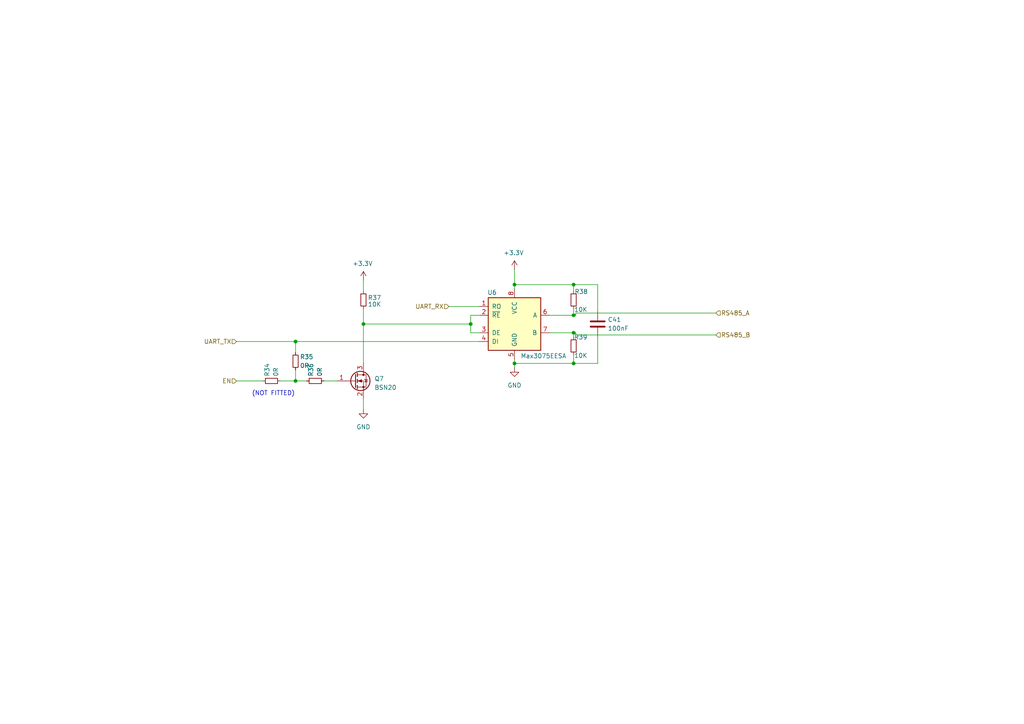
<source format=kicad_sch>
(kicad_sch (version 20231120) (generator "eeschema") (generator_version "8.0")
  (paper "A4")
  (lib_symbols
    (symbol "Device:C" (pin_numbers hide) (pin_names (offset 0.254))
      (property "Reference" "C" (at 0.635 2.54 0))
      (property "Value" "C" (at 0.635 -2.54 0))
      (symbol "C_0_1"
        (polyline (pts (xy -2.032 -0.762) (xy 2.032 -0.762)) (stroke (width 0.508)))
        (polyline (pts (xy -2.032 0.762) (xy 2.032 0.762)) (stroke (width 0.508)))
      )
      (symbol "C_1_1"
        (pin passive line (at 0 3.81 270) (length 2.794) (name "~") (number "1"))
        (pin passive line (at 0 -3.81 90) (length 2.794) (name "~") (number "2"))
      )
    )
    (symbol "Device:R_Small" (pin_numbers hide) (pin_names (offset 0.254) hide)
      (property "Reference" "R" (at 0.762 0.508 0))
      (property "Value" "R_Small" (at 0.762 -1.016 0))
      (symbol "R_Small_0_1"
        (rectangle (start -0.762 1.778) (end 0.762 -1.778) (stroke (width 0.2032)))
      )
      (symbol "R_Small_1_1"
        (pin passive line (at 0 2.54 270) (length 0.762) (name "~") (number "1"))
        (pin passive line (at 0 -2.54 90) (length 0.762) (name "~") (number "2"))
      )
    )
    (symbol "Interface_UART:MAX3075E" (pin_names (offset 1.016))
      (property "Reference" "U" (at -7.62 8.89 0))
      (property "Value" "MAX3075E" (at 2.54 8.89 0))
      (symbol "MAX3075E_0_1"
        (rectangle (start -7.62 7.62) (end 7.62 -7.62) (stroke (width 0.254)) (fill (type background)))
      )
      (symbol "MAX3075E_1_1"
        (pin output line (at -10.16 5.08 0) (length 2.54) (name "RO") (number "1"))
        (pin input line (at -10.16 2.54 0) (length 2.54) (name "~{RE}") (number "2"))
        (pin input line (at -10.16 -2.54 0) (length 2.54) (name "DE") (number "3"))
        (pin input line (at -10.16 -5.08 0) (length 2.54) (name "DI") (number "4"))
        (pin power_in line (at 0 -10.16 90) (length 2.54) (name "GND") (number "5"))
        (pin bidirectional line (at 10.16 2.54 180) (length 2.54) (name "A") (number "6"))
        (pin bidirectional line (at 10.16 -2.54 180) (length 2.54) (name "B") (number "7"))
        (pin power_in line (at 0 10.16 270) (length 2.54) (name "VCC") (number "8"))
      )
    )
    (symbol "Transistor_FET:BSN20" (pin_names hide)
      (property "Reference" "Q" (at 5.08 1.905 0))
      (property "Value" "BSN20" (at 5.08 0 0))
      (symbol "BSN20_0_1"
        (polyline (pts (xy 0.254 0) (xy -2.54 0)))
        (polyline (pts (xy 0.254 1.905) (xy 0.254 -1.905)) (stroke (width 0.254)))
        (polyline (pts (xy 0.762 -1.27) (xy 0.762 -2.286)) (stroke (width 0.254)))
        (polyline (pts (xy 0.762 0.508) (xy 0.762 -0.508)) (stroke (width 0.254)))
        (polyline (pts (xy 0.762 2.286) (xy 0.762 1.27)) (stroke (width 0.254)))
        (polyline (pts (xy 2.54 2.54) (xy 2.54 1.778)))
        (polyline (pts (xy 2.54 -2.54) (xy 2.54 0) (xy 0.762 0)))
        (polyline (pts (xy 0.762 -1.778) (xy 3.302 -1.778) (xy 3.302 1.778) (xy 0.762 1.778)))
        (polyline (pts (xy 1.016 0) (xy 2.032 0.381) (xy 2.032 -0.381) (xy 1.016 0)) (fill (type outline)))
        (polyline (pts (xy 2.794 0.508) (xy 2.921 0.381) (xy 3.683 0.381) (xy 3.81 0.254)))
        (polyline (pts (xy 3.302 0.381) (xy 2.921 -0.254) (xy 3.683 -0.254) (xy 3.302 0.381)))
        (circle (center 1.651 0) (radius 2.794) (stroke (width 0.254)))
        (circle (center 2.54 -1.778) (radius 0.254) (fill (type outline)))
        (circle (center 2.54 1.778) (radius 0.254) (fill (type outline)))
      )
      (symbol "BSN20_1_1"
        (pin input line (at -5.08 0 0) (length 2.54) (name "G") (number "1"))
        (pin passive line (at 2.54 -5.08 90) (length 2.54) (name "S") (number "2"))
        (pin passive line (at 2.54 5.08 270) (length 2.54) (name "D") (number "3"))
      )
    )
    (symbol "power:+3.3V" (power) (pin_names (offset 0))
      (property "Value" "+3.3V" (at 0 3.556 0))
      (symbol "+3.3V_0_1"
        (polyline (pts (xy -0.762 1.27) (xy 0 2.54)))
        (polyline (pts (xy 0 0) (xy 0 2.54)))
        (polyline (pts (xy 0 2.54) (xy 0.762 1.27)))
      )
      (symbol "+3.3V_1_1"
        (pin power_in line (at 0 0 90) (length 0) hide (name "+3.3V") (number "1"))
      )
    )
    (symbol "power:GND" (power) (pin_names (offset 0))
      (property "Value" "GND" (at 0 -3.81 0))
      (symbol "GND_0_1"
        (polyline (pts (xy 0 0) (xy 0 -1.27) (xy 1.27 -1.27) (xy 0 -2.54) (xy -1.27 -1.27) (xy 0 -1.27)))
      )
      (symbol "GND_1_1"
        (pin power_in line (at 0 0 270) (length 0) hide (name "GND") (number "1"))
      )
    )
  )
  (junction (at 136.525 93.98))
  (junction (at 85.725 99.06))
  (junction (at 166.37 91.44))
  (junction (at 105.41 93.98))
  (junction (at 149.225 105.41))
  (junction (at 85.725 110.49))
  (junction (at 149.225 82.55))
  (junction (at 166.37 82.55))
  (junction (at 166.37 96.52))
  (junction (at 166.37 105.41))
  (wire (pts (xy 68.58 99.06) (xy 85.725 99.06)))
  (wire (pts (xy 105.41 93.98) (xy 136.525 93.98)))
  (wire (pts (xy 173.355 90.17) (xy 173.355 82.55)))
  (wire (pts (xy 85.725 99.06) (xy 85.725 102.235)))
  (wire (pts (xy 173.355 97.79) (xy 173.355 105.41)))
  (wire (pts (xy 149.225 104.14) (xy 149.225 105.41)))
  (wire (pts (xy 136.525 93.98) (xy 136.525 96.52)))
  (wire (pts (xy 167.005 90.805) (xy 207.645 90.805)))
  (wire (pts (xy 130.175 88.9) (xy 139.065 88.9)))
  (wire (pts (xy 81.28 110.49) (xy 85.725 110.49)))
  (wire (pts (xy 159.385 91.44) (xy 166.37 91.44)))
  (wire (pts (xy 105.41 115.57) (xy 105.41 118.745)))
  (wire (pts (xy 149.225 105.41) (xy 149.225 106.68)))
  (wire (pts (xy 85.725 110.49) (xy 88.9 110.49)))
  (wire (pts (xy 136.525 96.52) (xy 139.065 96.52)))
  (wire (pts (xy 166.37 89.535) (xy 166.37 91.44)))
  (wire (pts (xy 105.41 93.98) (xy 105.41 105.41)))
  (wire (pts (xy 93.98 110.49) (xy 97.79 110.49)))
  (wire (pts (xy 68.58 110.49) (xy 76.2 110.49)))
  (wire (pts (xy 105.41 89.535) (xy 105.41 93.98)))
  (wire (pts (xy 166.37 84.455) (xy 166.37 82.55)))
  (wire (pts (xy 85.725 107.315) (xy 85.725 110.49)))
  (wire (pts (xy 167.005 96.52) (xy 166.37 96.52)))
  (wire (pts (xy 166.37 96.52) (xy 166.37 97.79)))
  (wire (pts (xy 173.355 105.41) (xy 166.37 105.41)))
  (wire (pts (xy 167.005 97.155) (xy 167.005 96.52)))
  (wire (pts (xy 166.37 102.87) (xy 166.37 105.41)))
  (wire (pts (xy 139.065 91.44) (xy 136.525 91.44)))
  (wire (pts (xy 159.385 96.52) (xy 166.37 96.52)))
  (wire (pts (xy 149.225 82.55) (xy 166.37 82.55)))
  (wire (pts (xy 136.525 91.44) (xy 136.525 93.98)))
  (wire (pts (xy 167.005 97.155) (xy 207.645 97.155)))
  (wire (pts (xy 149.225 82.55) (xy 149.225 83.82)))
  (wire (pts (xy 167.005 90.805) (xy 167.005 91.44)))
  (wire (pts (xy 149.225 78.1625) (xy 149.225 82.55)))
  (wire (pts (xy 166.37 105.41) (xy 149.225 105.41)))
  (wire (pts (xy 167.005 91.44) (xy 166.37 91.44)))
  (wire (pts (xy 105.41 81.28) (xy 105.41 84.455)))
  (wire (pts (xy 173.355 82.55) (xy 166.37 82.55)))
  (wire (pts (xy 85.725 99.06) (xy 139.065 99.06)))
  (text "(NOT FITTED)" (at 73.025 114.935 0) (effects (font (size 1.27 1.27)) (justify left bottom)))
  (hierarchical_label "EN" (shape input) (at 68.58 110.49 180))
  (hierarchical_label "UART_TX" (shape input) (at 68.58 99.06 180))
  (hierarchical_label "RS485_A" (shape input) (at 207.645 90.805 0))
  (hierarchical_label "RS485_B" (shape input) (at 207.645 97.155 0))
  (hierarchical_label "UART_RX" (shape input) (at 130.175 88.9 180))
  (symbol (lib_id "Device:R_Small") (at 166.37 86.995 0) (unit 1)
    (property "Reference" "R38" (at 166.624 84.582 0) (effects (justify left)))
    (property "Value" "10K" (at 166.497 89.789 0) (effects (justify left)))
    (property "Footprint" "Resistor_SMD:R_0603_1608Metric" (effects (hide yes)))
    (property "Description" "RES 10K OHM 1% 1/10W 0603" (effects (hide yes)))
    (property "DIGIKEY" "  311-10.0KHRTR-ND" (effects (hide yes)))
    (property "DigiKey" "  311-10.0KHRTR-ND" (effects (hide yes)))
  )
  (symbol (lib_id "Device:R_Small") (at 85.725 104.775 0) (unit 1)
    (property "Reference" "R35" (at 86.995 103.505 0) (effects (justify left)))
    (property "Value" "0R" (at 86.995 106.045 0) (effects (justify left)))
    (property "Footprint" "Resistor_SMD:R_0603_1608Metric" (effects (hide yes)))
    (property "Description" "RES SMD 0 OHM JUMPER 1/10W 0603" (effects (hide yes)))
    (property "DIGIKEY" "541-0.0GTR-ND" (effects (hide yes)))
    (property "DigiKey" "541-0.0GTR-ND" (effects (hide yes)))
  )
  (symbol (lib_id "Device:R_Small") (at 166.37 100.33 0) (unit 1)
    (property "Reference" "R39" (at 166.497 97.79 0) (effects (justify left)))
    (property "Value" "10K" (at 166.497 103.124 0) (effects (justify left)))
    (property "Footprint" "Resistor_SMD:R_0603_1608Metric" (effects (hide yes)))
    (property "Description" "RES 10K OHM 1% 1/10W 0603" (effects (hide yes)))
    (property "DIGIKEY" "  311-10.0KHRTR-ND" (effects (hide yes)))
    (property "DigiKey" "  311-10.0KHRTR-ND" (effects (hide yes)))
  )
  (symbol (lib_id "power:GND") (at 149.225 106.68 0) (unit 1)
    (property "Reference" "#PWR058" (effects (hide yes)))
    (property "Value" "GND" (at 149.225 111.76 0))
  )
  (symbol (lib_id "Interface_UART:MAX3075E") (at 149.225 93.98 0) (unit 1)
    (property "Reference" "U6" (at 141.351 84.836 0) (effects (justify left)))
    (property "Value" "Max3075EESA" (at 151.003 103.251 0) (effects (justify left)))
    (property "Footprint" "Package_SO:SOIC-8_3.9x4.9mm_P1.27mm" (effects (hide yes)))
    (property "Datasheet" "https://datasheets.maximintegrated.com/en/ds/MAX3070E-MAX3079E.pdf" (effects (hide yes)))
    (property "DIGIKEY" "MAX3075EESA+-ND" (effects (hide yes)))
    (property "DigiKey" "MAX3075EESA+-ND" (effects (hide yes)))
  )
  (symbol (lib_id "power:+3.3V") (at 149.225 78.1625 0) (unit 1)
    (property "Reference" "#PWR057" (effects (hide yes)))
    (property "Value" "+3.3V" (at 148.971 73.3365 0))
  )
  (symbol (lib_id "Device:R_Small") (at 105.41 86.995 0) (unit 1)
    (property "Reference" "R37" (at 106.68 86.36 0) (effects (justify left)))
    (property "Value" "10K" (at 106.68 88.265 0) (effects (justify left)))
    (property "Footprint" "Resistor_SMD:R_0603_1608Metric" (effects (hide yes)))
    (property "Description" "RES 10K OHM 1% 1/10W 0603" (effects (hide yes)))
    (property "DIGIKEY" "  311-10.0KHRTR-ND" (effects (hide yes)))
    (property "DigiKey" "  311-10.0KHRTR-ND" (effects (hide yes)))
  )
  (symbol (lib_id "Transistor_FET:BSN20") (at 102.87 110.49 0) (unit 1)
    (property "Reference" "Q7" (at 108.585 109.855 0) (effects (justify left)))
    (property "Value" "BSN20" (at 108.585 112.395 0) (effects (justify left)))
    (property "Footprint" "Package_TO_SOT_SMD:SOT-23" (effects (hide yes)))
    (property "Datasheet" "http://www.diodes.com/assets/Datasheets/ds31898.pdf" (effects (hide yes)))
    (property "DIGIKEY" "BSN20-7DITR-ND" (effects (hide yes)))
    (property "DigiKey" "BSN20-7DITR-ND" (effects (hide yes)))
  )
  (symbol (lib_id "power:GND") (at 105.41 118.745 0) (unit 1)
    (property "Reference" "#PWR056" (effects (hide yes)))
    (property "Value" "GND" (at 105.41 123.825 0))
  )
  (symbol (lib_id "Device:R_Small") (at 78.74 110.49 90) (unit 1)
    (property "Reference" "R34" (at 77.47 109.22 0) (effects (justify left)))
    (property "Value" "0R" (at 80.01 109.22 0) (effects (justify left)))
    (property "Footprint" "Resistor_SMD:R_0603_1608Metric" (effects (hide yes)))
    (property "Description" "RES SMD 0 OHM JUMPER 1/10W 0603" (effects (hide yes)))
    (property "DIGIKEY" "541-0.0GTR-ND" (effects (hide yes)))
    (property "DigiKey" "541-0.0GTR-ND" (effects (hide yes)))
  )
  (symbol (lib_id "Device:C") (at 173.355 93.98 0) (unit 1)
    (property "Reference" "C41" (at 176.276 92.7099 0) (effects (justify left)))
    (property "Value" "100nF" (at 176.276 95.2499 0) (effects (justify left)))
    (property "Footprint" "Capacitor_SMD:C_0402_1005Metric" (effects (hide yes)))
    (property "Description" "100 nF ±10% 50V Ceramic Capacitor X7R 0402 (1005 Metric)" (effects (hide yes)))
    (property "DIGIKEY" "  3372-0402B104K500HITR-ND" (effects (hide yes)))
    (property "DigiKey" "  3372-0402B104K500HITR-ND" (effects (hide yes)))
  )
  (symbol (lib_id "power:+3.3V") (at 105.41 81.28 0) (unit 1)
    (property "Reference" "#PWR055" (effects (hide yes)))
    (property "Value" "+3.3V" (at 105.156 76.454 0))
  )
  (symbol (lib_id "Device:R_Small") (at 91.44 110.49 90) (unit 1)
    (property "Reference" "R36" (at 90.17 109.22 0) (effects (justify left)))
    (property "Value" "0R" (at 92.71 109.22 0) (effects (justify left)))
    (property "Footprint" "Resistor_SMD:R_0603_1608Metric" (effects (hide yes)))
    (property "Description" "RES SMD 0 OHM JUMPER 1/10W 0603" (effects (hide yes)))
    (property "DIGIKEY" "541-0.0GTR-ND" (effects (hide yes)))
    (property "DigiKey" "541-0.0GTR-ND" (effects (hide yes)))
  )
)
</source>
